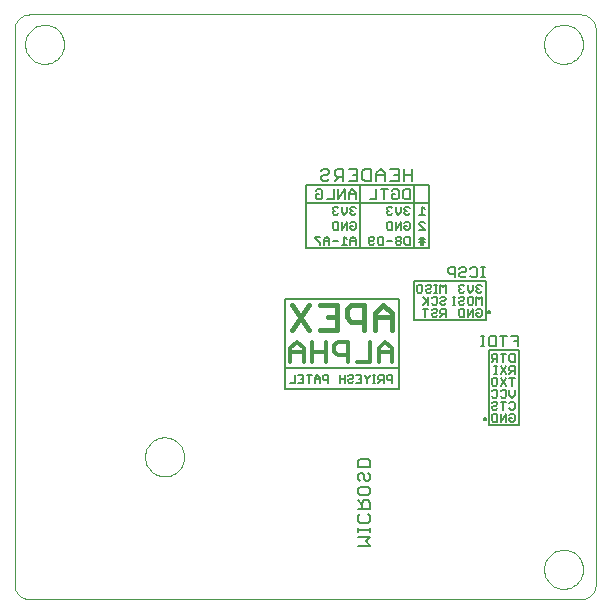
<source format=gbo>
G75*
G70*
%OFA0B0*%
%FSLAX24Y24*%
%IPPOS*%
%LPD*%
%AMOC8*
5,1,8,0,0,1.08239X$1,22.5*
%
%ADD10C,0.0000*%
%ADD11C,0.0080*%
%ADD12C,0.0050*%
%ADD13C,0.0060*%
%ADD14C,0.0150*%
%ADD15C,0.0120*%
D10*
X006618Y007811D02*
X024988Y007811D01*
X025032Y007813D01*
X025075Y007819D01*
X025117Y007828D01*
X025159Y007841D01*
X025199Y007858D01*
X025238Y007878D01*
X025275Y007901D01*
X025309Y007928D01*
X025342Y007957D01*
X025371Y007990D01*
X025398Y008024D01*
X025421Y008061D01*
X025441Y008100D01*
X025458Y008140D01*
X025471Y008182D01*
X025480Y008224D01*
X025486Y008267D01*
X025488Y008311D01*
X025488Y026807D01*
X025486Y026851D01*
X025480Y026894D01*
X025471Y026936D01*
X025458Y026978D01*
X025441Y027018D01*
X025421Y027057D01*
X025398Y027094D01*
X025371Y027128D01*
X025342Y027161D01*
X025309Y027190D01*
X025275Y027217D01*
X025238Y027240D01*
X025199Y027260D01*
X025159Y027277D01*
X025117Y027290D01*
X025075Y027299D01*
X025032Y027305D01*
X024988Y027307D01*
X006618Y027307D01*
X006574Y027305D01*
X006531Y027299D01*
X006489Y027290D01*
X006447Y027277D01*
X006407Y027260D01*
X006368Y027240D01*
X006331Y027217D01*
X006297Y027190D01*
X006264Y027161D01*
X006235Y027128D01*
X006208Y027094D01*
X006185Y027057D01*
X006165Y027018D01*
X006148Y026978D01*
X006135Y026936D01*
X006126Y026894D01*
X006120Y026851D01*
X006118Y026807D01*
X006118Y008311D01*
X006120Y008267D01*
X006126Y008224D01*
X006135Y008182D01*
X006148Y008140D01*
X006165Y008100D01*
X006185Y008061D01*
X006208Y008024D01*
X006235Y007990D01*
X006264Y007957D01*
X006297Y007928D01*
X006331Y007901D01*
X006368Y007878D01*
X006407Y007858D01*
X006447Y007841D01*
X006489Y007828D01*
X006531Y007819D01*
X006574Y007813D01*
X006618Y007811D01*
X010468Y012561D02*
X010470Y012611D01*
X010476Y012661D01*
X010486Y012711D01*
X010499Y012759D01*
X010516Y012807D01*
X010537Y012853D01*
X010561Y012897D01*
X010589Y012939D01*
X010620Y012979D01*
X010654Y013016D01*
X010691Y013051D01*
X010730Y013082D01*
X010771Y013111D01*
X010815Y013136D01*
X010861Y013158D01*
X010908Y013176D01*
X010956Y013190D01*
X011005Y013201D01*
X011055Y013208D01*
X011105Y013211D01*
X011156Y013210D01*
X011206Y013205D01*
X011256Y013196D01*
X011304Y013184D01*
X011352Y013167D01*
X011398Y013147D01*
X011443Y013124D01*
X011486Y013097D01*
X011526Y013067D01*
X011564Y013034D01*
X011599Y012998D01*
X011632Y012959D01*
X011661Y012918D01*
X011687Y012875D01*
X011710Y012830D01*
X011729Y012783D01*
X011744Y012735D01*
X011756Y012686D01*
X011764Y012636D01*
X011768Y012586D01*
X011768Y012536D01*
X011764Y012486D01*
X011756Y012436D01*
X011744Y012387D01*
X011729Y012339D01*
X011710Y012292D01*
X011687Y012247D01*
X011661Y012204D01*
X011632Y012163D01*
X011599Y012124D01*
X011564Y012088D01*
X011526Y012055D01*
X011486Y012025D01*
X011443Y011998D01*
X011398Y011975D01*
X011352Y011955D01*
X011304Y011938D01*
X011256Y011926D01*
X011206Y011917D01*
X011156Y011912D01*
X011105Y011911D01*
X011055Y011914D01*
X011005Y011921D01*
X010956Y011932D01*
X010908Y011946D01*
X010861Y011964D01*
X010815Y011986D01*
X010771Y012011D01*
X010730Y012040D01*
X010691Y012071D01*
X010654Y012106D01*
X010620Y012143D01*
X010589Y012183D01*
X010561Y012225D01*
X010537Y012269D01*
X010516Y012315D01*
X010499Y012363D01*
X010486Y012411D01*
X010476Y012461D01*
X010470Y012511D01*
X010468Y012561D01*
X006468Y026311D02*
X006470Y026361D01*
X006476Y026411D01*
X006486Y026461D01*
X006499Y026509D01*
X006516Y026557D01*
X006537Y026603D01*
X006561Y026647D01*
X006589Y026689D01*
X006620Y026729D01*
X006654Y026766D01*
X006691Y026801D01*
X006730Y026832D01*
X006771Y026861D01*
X006815Y026886D01*
X006861Y026908D01*
X006908Y026926D01*
X006956Y026940D01*
X007005Y026951D01*
X007055Y026958D01*
X007105Y026961D01*
X007156Y026960D01*
X007206Y026955D01*
X007256Y026946D01*
X007304Y026934D01*
X007352Y026917D01*
X007398Y026897D01*
X007443Y026874D01*
X007486Y026847D01*
X007526Y026817D01*
X007564Y026784D01*
X007599Y026748D01*
X007632Y026709D01*
X007661Y026668D01*
X007687Y026625D01*
X007710Y026580D01*
X007729Y026533D01*
X007744Y026485D01*
X007756Y026436D01*
X007764Y026386D01*
X007768Y026336D01*
X007768Y026286D01*
X007764Y026236D01*
X007756Y026186D01*
X007744Y026137D01*
X007729Y026089D01*
X007710Y026042D01*
X007687Y025997D01*
X007661Y025954D01*
X007632Y025913D01*
X007599Y025874D01*
X007564Y025838D01*
X007526Y025805D01*
X007486Y025775D01*
X007443Y025748D01*
X007398Y025725D01*
X007352Y025705D01*
X007304Y025688D01*
X007256Y025676D01*
X007206Y025667D01*
X007156Y025662D01*
X007105Y025661D01*
X007055Y025664D01*
X007005Y025671D01*
X006956Y025682D01*
X006908Y025696D01*
X006861Y025714D01*
X006815Y025736D01*
X006771Y025761D01*
X006730Y025790D01*
X006691Y025821D01*
X006654Y025856D01*
X006620Y025893D01*
X006589Y025933D01*
X006561Y025975D01*
X006537Y026019D01*
X006516Y026065D01*
X006499Y026113D01*
X006486Y026161D01*
X006476Y026211D01*
X006470Y026261D01*
X006468Y026311D01*
X023768Y026311D02*
X023770Y026361D01*
X023776Y026411D01*
X023786Y026461D01*
X023799Y026509D01*
X023816Y026557D01*
X023837Y026603D01*
X023861Y026647D01*
X023889Y026689D01*
X023920Y026729D01*
X023954Y026766D01*
X023991Y026801D01*
X024030Y026832D01*
X024071Y026861D01*
X024115Y026886D01*
X024161Y026908D01*
X024208Y026926D01*
X024256Y026940D01*
X024305Y026951D01*
X024355Y026958D01*
X024405Y026961D01*
X024456Y026960D01*
X024506Y026955D01*
X024556Y026946D01*
X024604Y026934D01*
X024652Y026917D01*
X024698Y026897D01*
X024743Y026874D01*
X024786Y026847D01*
X024826Y026817D01*
X024864Y026784D01*
X024899Y026748D01*
X024932Y026709D01*
X024961Y026668D01*
X024987Y026625D01*
X025010Y026580D01*
X025029Y026533D01*
X025044Y026485D01*
X025056Y026436D01*
X025064Y026386D01*
X025068Y026336D01*
X025068Y026286D01*
X025064Y026236D01*
X025056Y026186D01*
X025044Y026137D01*
X025029Y026089D01*
X025010Y026042D01*
X024987Y025997D01*
X024961Y025954D01*
X024932Y025913D01*
X024899Y025874D01*
X024864Y025838D01*
X024826Y025805D01*
X024786Y025775D01*
X024743Y025748D01*
X024698Y025725D01*
X024652Y025705D01*
X024604Y025688D01*
X024556Y025676D01*
X024506Y025667D01*
X024456Y025662D01*
X024405Y025661D01*
X024355Y025664D01*
X024305Y025671D01*
X024256Y025682D01*
X024208Y025696D01*
X024161Y025714D01*
X024115Y025736D01*
X024071Y025761D01*
X024030Y025790D01*
X023991Y025821D01*
X023954Y025856D01*
X023920Y025893D01*
X023889Y025933D01*
X023861Y025975D01*
X023837Y026019D01*
X023816Y026065D01*
X023799Y026113D01*
X023786Y026161D01*
X023776Y026211D01*
X023770Y026261D01*
X023768Y026311D01*
X023768Y008811D02*
X023770Y008861D01*
X023776Y008911D01*
X023786Y008961D01*
X023799Y009009D01*
X023816Y009057D01*
X023837Y009103D01*
X023861Y009147D01*
X023889Y009189D01*
X023920Y009229D01*
X023954Y009266D01*
X023991Y009301D01*
X024030Y009332D01*
X024071Y009361D01*
X024115Y009386D01*
X024161Y009408D01*
X024208Y009426D01*
X024256Y009440D01*
X024305Y009451D01*
X024355Y009458D01*
X024405Y009461D01*
X024456Y009460D01*
X024506Y009455D01*
X024556Y009446D01*
X024604Y009434D01*
X024652Y009417D01*
X024698Y009397D01*
X024743Y009374D01*
X024786Y009347D01*
X024826Y009317D01*
X024864Y009284D01*
X024899Y009248D01*
X024932Y009209D01*
X024961Y009168D01*
X024987Y009125D01*
X025010Y009080D01*
X025029Y009033D01*
X025044Y008985D01*
X025056Y008936D01*
X025064Y008886D01*
X025068Y008836D01*
X025068Y008786D01*
X025064Y008736D01*
X025056Y008686D01*
X025044Y008637D01*
X025029Y008589D01*
X025010Y008542D01*
X024987Y008497D01*
X024961Y008454D01*
X024932Y008413D01*
X024899Y008374D01*
X024864Y008338D01*
X024826Y008305D01*
X024786Y008275D01*
X024743Y008248D01*
X024698Y008225D01*
X024652Y008205D01*
X024604Y008188D01*
X024556Y008176D01*
X024506Y008167D01*
X024456Y008162D01*
X024405Y008161D01*
X024355Y008164D01*
X024305Y008171D01*
X024256Y008182D01*
X024208Y008196D01*
X024161Y008214D01*
X024115Y008236D01*
X024071Y008261D01*
X024030Y008290D01*
X023991Y008321D01*
X023954Y008356D01*
X023920Y008393D01*
X023889Y008433D01*
X023861Y008475D01*
X023837Y008519D01*
X023816Y008565D01*
X023799Y008613D01*
X023786Y008661D01*
X023776Y008711D01*
X023770Y008761D01*
X023768Y008811D01*
D11*
X021828Y013801D02*
X021758Y013801D01*
X021758Y013871D01*
X021828Y013871D01*
X021828Y013801D01*
X021908Y017351D02*
X021978Y017351D01*
X021978Y017421D01*
X021908Y017421D01*
X021908Y017351D01*
X019378Y021751D02*
X019378Y022171D01*
X019378Y021961D02*
X019098Y021961D01*
X018917Y021961D02*
X018777Y021961D01*
X018917Y021751D02*
X018637Y021751D01*
X018457Y021751D02*
X018457Y022031D01*
X018317Y022171D01*
X018177Y022031D01*
X018177Y021751D01*
X017997Y021751D02*
X017787Y021751D01*
X017716Y021821D01*
X017716Y022101D01*
X017787Y022171D01*
X017997Y022171D01*
X017997Y021751D01*
X018177Y021961D02*
X018457Y021961D01*
X018637Y022171D02*
X018917Y022171D01*
X018917Y021751D01*
X019098Y021751D02*
X019098Y022171D01*
X017536Y022171D02*
X017536Y021751D01*
X017256Y021751D01*
X017076Y021751D02*
X017076Y022171D01*
X016866Y022171D01*
X016796Y022101D01*
X016796Y021961D01*
X016866Y021891D01*
X017076Y021891D01*
X016936Y021891D02*
X016796Y021751D01*
X016616Y021821D02*
X016546Y021751D01*
X016406Y021751D01*
X016335Y021821D01*
X016335Y021891D01*
X016406Y021961D01*
X016546Y021961D01*
X016616Y022031D01*
X016616Y022101D01*
X016546Y022171D01*
X016406Y022171D01*
X016335Y022101D01*
X017256Y022171D02*
X017536Y022171D01*
X017536Y021961D02*
X017396Y021961D01*
X017628Y012490D02*
X017908Y012490D01*
X017978Y012420D01*
X017978Y012210D01*
X017558Y012210D01*
X017558Y012420D01*
X017628Y012490D01*
X017628Y012030D02*
X017558Y011959D01*
X017558Y011819D01*
X017628Y011749D01*
X017768Y011819D02*
X017768Y011959D01*
X017698Y012030D01*
X017628Y012030D01*
X017768Y011819D02*
X017838Y011749D01*
X017908Y011749D01*
X017978Y011819D01*
X017978Y011959D01*
X017908Y012030D01*
X017908Y011569D02*
X017628Y011569D01*
X017558Y011499D01*
X017558Y011359D01*
X017628Y011289D01*
X017908Y011289D01*
X017978Y011359D01*
X017978Y011499D01*
X017908Y011569D01*
X017908Y011109D02*
X017768Y011109D01*
X017698Y011039D01*
X017698Y010829D01*
X017698Y010969D02*
X017558Y011109D01*
X017558Y010829D02*
X017978Y010829D01*
X017978Y011039D01*
X017908Y011109D01*
X017908Y010649D02*
X017978Y010578D01*
X017978Y010438D01*
X017908Y010368D01*
X017628Y010368D01*
X017558Y010438D01*
X017558Y010578D01*
X017628Y010649D01*
X017558Y010201D02*
X017558Y010061D01*
X017558Y010131D02*
X017978Y010131D01*
X017978Y010061D02*
X017978Y010201D01*
X017978Y009881D02*
X017558Y009881D01*
X017558Y009601D02*
X017978Y009601D01*
X017838Y009741D01*
X017978Y009881D01*
D12*
X021918Y013611D02*
X022918Y013611D01*
X022918Y016111D01*
X021918Y016111D01*
X021918Y013611D01*
X022068Y013736D02*
X022023Y013781D01*
X022023Y013961D01*
X022068Y014006D01*
X022204Y014006D01*
X022204Y013736D01*
X022068Y013736D01*
X022318Y013736D02*
X022318Y014006D01*
X022408Y014136D02*
X022408Y014406D01*
X022498Y014406D02*
X022318Y014406D01*
X022204Y014361D02*
X022204Y014316D01*
X022159Y014271D01*
X022068Y014271D01*
X022023Y014226D01*
X022023Y014181D01*
X022068Y014136D01*
X022159Y014136D01*
X022204Y014181D01*
X022204Y014361D02*
X022159Y014406D01*
X022068Y014406D01*
X022023Y014361D01*
X022068Y014536D02*
X022023Y014581D01*
X022068Y014536D02*
X022159Y014536D01*
X022204Y014581D01*
X022204Y014761D01*
X022159Y014806D01*
X022068Y014806D01*
X022023Y014761D01*
X022068Y014936D02*
X022023Y014981D01*
X022023Y015161D01*
X022068Y015206D01*
X022159Y015206D01*
X022204Y015161D01*
X022204Y014981D01*
X022159Y014936D01*
X022068Y014936D01*
X022318Y014936D02*
X022498Y015206D01*
X022613Y015206D02*
X022793Y015206D01*
X022703Y015206D02*
X022703Y014936D01*
X022793Y014806D02*
X022793Y014626D01*
X022703Y014536D01*
X022613Y014626D01*
X022613Y014806D01*
X022498Y014761D02*
X022498Y014581D01*
X022453Y014536D01*
X022363Y014536D01*
X022318Y014581D01*
X022318Y014761D02*
X022363Y014806D01*
X022453Y014806D01*
X022498Y014761D01*
X022498Y014936D02*
X022318Y015206D01*
X022318Y015336D02*
X022498Y015606D01*
X022613Y015561D02*
X022658Y015606D01*
X022793Y015606D01*
X022793Y015336D01*
X022793Y015426D02*
X022658Y015426D01*
X022613Y015471D01*
X022613Y015561D01*
X022703Y015426D02*
X022613Y015336D01*
X022498Y015336D02*
X022318Y015606D01*
X022204Y015606D02*
X022113Y015606D01*
X022159Y015606D02*
X022159Y015336D01*
X022204Y015336D02*
X022113Y015336D01*
X022023Y015736D02*
X022113Y015826D01*
X022068Y015826D02*
X022204Y015826D01*
X022204Y015736D02*
X022204Y016006D01*
X022068Y016006D01*
X022023Y015961D01*
X022023Y015871D01*
X022068Y015826D01*
X022318Y016006D02*
X022498Y016006D01*
X022408Y016006D02*
X022408Y015736D01*
X022613Y015781D02*
X022613Y015961D01*
X022658Y016006D01*
X022793Y016006D01*
X022793Y015736D01*
X022658Y015736D01*
X022613Y015781D01*
X022658Y014406D02*
X022748Y014406D01*
X022793Y014361D01*
X022793Y014181D01*
X022748Y014136D01*
X022658Y014136D01*
X022613Y014181D01*
X022613Y014361D02*
X022658Y014406D01*
X022658Y014006D02*
X022748Y014006D01*
X022793Y013961D01*
X022793Y013781D01*
X022748Y013736D01*
X022658Y013736D01*
X022613Y013781D01*
X022613Y013871D01*
X022703Y013871D01*
X022613Y013961D02*
X022658Y014006D01*
X022498Y014006D02*
X022318Y013736D01*
X022498Y013736D02*
X022498Y014006D01*
X021818Y017111D02*
X019418Y017111D01*
X019418Y018411D01*
X021818Y018411D01*
X021818Y017111D01*
X021693Y017281D02*
X021648Y017236D01*
X021558Y017236D01*
X021513Y017281D01*
X021513Y017371D01*
X021603Y017371D01*
X021693Y017461D02*
X021693Y017281D01*
X021693Y017461D02*
X021648Y017506D01*
X021558Y017506D01*
X021513Y017461D01*
X021398Y017506D02*
X021218Y017236D01*
X021218Y017506D01*
X021104Y017506D02*
X020968Y017506D01*
X020923Y017461D01*
X020923Y017281D01*
X020968Y017236D01*
X021104Y017236D01*
X021104Y017506D01*
X021059Y017636D02*
X020968Y017636D01*
X020923Y017681D01*
X020923Y017726D01*
X020968Y017771D01*
X021059Y017771D01*
X021104Y017816D01*
X021104Y017861D01*
X021059Y017906D01*
X020968Y017906D01*
X020923Y017861D01*
X020809Y017906D02*
X020719Y017906D01*
X020764Y017906D02*
X020764Y017636D01*
X020809Y017636D02*
X020719Y017636D01*
X020493Y017681D02*
X020448Y017636D01*
X020358Y017636D01*
X020313Y017681D01*
X020313Y017726D01*
X020358Y017771D01*
X020448Y017771D01*
X020493Y017816D01*
X020493Y017861D01*
X020448Y017906D01*
X020358Y017906D01*
X020313Y017861D01*
X020198Y017861D02*
X020198Y017681D01*
X020153Y017636D01*
X020063Y017636D01*
X020018Y017681D01*
X019904Y017636D02*
X019904Y017906D01*
X020018Y017861D02*
X020063Y017906D01*
X020153Y017906D01*
X020198Y017861D01*
X020198Y018036D02*
X020108Y018036D01*
X020153Y018036D02*
X020153Y018306D01*
X020198Y018306D02*
X020108Y018306D01*
X020002Y018261D02*
X020002Y018216D01*
X019957Y018171D01*
X019867Y018171D01*
X019822Y018126D01*
X019822Y018081D01*
X019867Y018036D01*
X019957Y018036D01*
X020002Y018081D01*
X020002Y018261D02*
X019957Y018306D01*
X019867Y018306D01*
X019822Y018261D01*
X019707Y018261D02*
X019707Y018081D01*
X019662Y018036D01*
X019572Y018036D01*
X019527Y018081D01*
X019527Y018261D01*
X019572Y018306D01*
X019662Y018306D01*
X019707Y018261D01*
X019723Y017906D02*
X019904Y017726D01*
X019859Y017771D02*
X019723Y017636D01*
X019723Y017506D02*
X019904Y017506D01*
X019813Y017506D02*
X019813Y017236D01*
X020018Y017281D02*
X020018Y017326D01*
X020063Y017371D01*
X020153Y017371D01*
X020198Y017416D01*
X020198Y017461D01*
X020153Y017506D01*
X020063Y017506D01*
X020018Y017461D01*
X020018Y017281D02*
X020063Y017236D01*
X020153Y017236D01*
X020198Y017281D01*
X020313Y017236D02*
X020403Y017326D01*
X020358Y017326D02*
X020493Y017326D01*
X020493Y017236D02*
X020493Y017506D01*
X020358Y017506D01*
X020313Y017461D01*
X020313Y017371D01*
X020358Y017326D01*
X020313Y018036D02*
X020313Y018306D01*
X020403Y018216D01*
X020493Y018306D01*
X020493Y018036D01*
X020923Y018081D02*
X020968Y018036D01*
X021059Y018036D01*
X021104Y018081D01*
X021218Y018126D02*
X021218Y018306D01*
X021104Y018261D02*
X021059Y018306D01*
X020968Y018306D01*
X020923Y018261D01*
X020923Y018216D01*
X020968Y018171D01*
X020923Y018126D01*
X020923Y018081D01*
X020968Y018171D02*
X021013Y018171D01*
X021218Y018126D02*
X021308Y018036D01*
X021398Y018126D01*
X021398Y018306D01*
X021513Y018261D02*
X021513Y018216D01*
X021558Y018171D01*
X021513Y018126D01*
X021513Y018081D01*
X021558Y018036D01*
X021648Y018036D01*
X021693Y018081D01*
X021603Y018171D02*
X021558Y018171D01*
X021513Y018261D02*
X021558Y018306D01*
X021648Y018306D01*
X021693Y018261D01*
X021693Y017906D02*
X021603Y017816D01*
X021513Y017906D01*
X021513Y017636D01*
X021398Y017681D02*
X021353Y017636D01*
X021263Y017636D01*
X021218Y017681D01*
X021218Y017861D01*
X021263Y017906D01*
X021353Y017906D01*
X021398Y017861D01*
X021398Y017681D01*
X021398Y017506D02*
X021398Y017236D01*
X021693Y017636D02*
X021693Y017906D01*
X021104Y017681D02*
X021059Y017636D01*
X019918Y019511D02*
X019418Y019511D01*
X019418Y021611D01*
X019918Y021611D01*
X019918Y021011D01*
X015818Y021011D01*
X015818Y021611D01*
X017618Y021611D01*
X017618Y019511D01*
X015818Y019511D01*
X015818Y021011D01*
X016723Y020861D02*
X016723Y020816D01*
X016768Y020771D01*
X016723Y020726D01*
X016723Y020681D01*
X016768Y020636D01*
X016859Y020636D01*
X016904Y020681D01*
X017018Y020726D02*
X017018Y020906D01*
X016904Y020861D02*
X016859Y020906D01*
X016768Y020906D01*
X016723Y020861D01*
X016768Y020771D02*
X016813Y020771D01*
X017018Y020726D02*
X017108Y020636D01*
X017198Y020726D01*
X017198Y020906D01*
X017313Y020861D02*
X017313Y020816D01*
X017358Y020771D01*
X017313Y020726D01*
X017313Y020681D01*
X017358Y020636D01*
X017448Y020636D01*
X017493Y020681D01*
X017403Y020771D02*
X017358Y020771D01*
X017313Y020861D02*
X017358Y020906D01*
X017448Y020906D01*
X017493Y020861D01*
X017448Y020406D02*
X017493Y020361D01*
X017493Y020181D01*
X017448Y020136D01*
X017358Y020136D01*
X017313Y020181D01*
X017313Y020271D01*
X017403Y020271D01*
X017313Y020361D02*
X017358Y020406D01*
X017448Y020406D01*
X017198Y020406D02*
X017018Y020136D01*
X017018Y020406D01*
X016904Y020406D02*
X016904Y020136D01*
X016768Y020136D01*
X016723Y020181D01*
X016723Y020361D01*
X016768Y020406D01*
X016904Y020406D01*
X017198Y020406D02*
X017198Y020136D01*
X017108Y019906D02*
X017108Y019636D01*
X017198Y019636D02*
X017018Y019636D01*
X016904Y019771D02*
X016723Y019771D01*
X016609Y019771D02*
X016429Y019771D01*
X016429Y019816D02*
X016429Y019636D01*
X016314Y019636D02*
X016314Y019681D01*
X016134Y019861D01*
X016134Y019906D01*
X016314Y019906D01*
X016429Y019816D02*
X016519Y019906D01*
X016609Y019816D01*
X016609Y019636D01*
X017108Y019906D02*
X017198Y019816D01*
X017313Y019816D02*
X017403Y019906D01*
X017493Y019816D01*
X017493Y019636D01*
X017493Y019771D02*
X017313Y019771D01*
X017313Y019816D02*
X017313Y019636D01*
X017618Y019511D02*
X019418Y019511D01*
X019293Y019636D02*
X019158Y019636D01*
X019113Y019681D01*
X019113Y019861D01*
X019158Y019906D01*
X019293Y019906D01*
X019293Y019636D01*
X018998Y019681D02*
X018998Y019726D01*
X018953Y019771D01*
X018863Y019771D01*
X018818Y019726D01*
X018818Y019681D01*
X018863Y019636D01*
X018953Y019636D01*
X018998Y019681D01*
X018953Y019771D02*
X018998Y019816D01*
X018998Y019861D01*
X018953Y019906D01*
X018863Y019906D01*
X018818Y019861D01*
X018818Y019816D01*
X018863Y019771D01*
X018704Y019771D02*
X018523Y019771D01*
X018409Y019906D02*
X018409Y019636D01*
X018274Y019636D01*
X018229Y019681D01*
X018229Y019861D01*
X018274Y019906D01*
X018409Y019906D01*
X018568Y020136D02*
X018523Y020181D01*
X018523Y020361D01*
X018568Y020406D01*
X018704Y020406D01*
X018704Y020136D01*
X018568Y020136D01*
X018818Y020136D02*
X018818Y020406D01*
X018998Y020406D02*
X018818Y020136D01*
X018998Y020136D02*
X018998Y020406D01*
X019113Y020361D02*
X019158Y020406D01*
X019248Y020406D01*
X019293Y020361D01*
X019293Y020181D01*
X019248Y020136D01*
X019158Y020136D01*
X019113Y020181D01*
X019113Y020271D01*
X019203Y020271D01*
X019248Y020636D02*
X019293Y020681D01*
X019248Y020636D02*
X019158Y020636D01*
X019113Y020681D01*
X019113Y020726D01*
X019158Y020771D01*
X019203Y020771D01*
X019158Y020771D02*
X019113Y020816D01*
X019113Y020861D01*
X019158Y020906D01*
X019248Y020906D01*
X019293Y020861D01*
X018998Y020906D02*
X018998Y020726D01*
X018908Y020636D01*
X018818Y020726D01*
X018818Y020906D01*
X018704Y020861D02*
X018659Y020906D01*
X018568Y020906D01*
X018523Y020861D01*
X018523Y020816D01*
X018568Y020771D01*
X018523Y020726D01*
X018523Y020681D01*
X018568Y020636D01*
X018659Y020636D01*
X018704Y020681D01*
X018613Y020771D02*
X018568Y020771D01*
X018069Y019906D02*
X018114Y019861D01*
X018114Y019816D01*
X018069Y019771D01*
X017934Y019771D01*
X017934Y019681D02*
X017934Y019861D01*
X017979Y019906D01*
X018069Y019906D01*
X018114Y019681D02*
X018069Y019636D01*
X017979Y019636D01*
X017934Y019681D01*
X019613Y019726D02*
X019793Y019726D01*
X019793Y019816D02*
X019658Y019816D01*
X019613Y019816D01*
X019658Y019906D02*
X019658Y019636D01*
X019748Y019636D02*
X019748Y019906D01*
X019793Y020136D02*
X019613Y020316D01*
X019613Y020361D01*
X019658Y020406D01*
X019748Y020406D01*
X019793Y020361D01*
X019793Y020136D02*
X019613Y020136D01*
X019613Y020636D02*
X019793Y020636D01*
X019703Y020636D02*
X019703Y020906D01*
X019793Y020816D01*
X019918Y021011D02*
X019918Y019511D01*
X018918Y017811D02*
X015118Y017811D01*
X015118Y015511D01*
X018918Y015511D01*
X018918Y014811D01*
X015118Y014811D01*
X015118Y015511D01*
X015470Y015286D02*
X015470Y015036D01*
X015303Y015036D01*
X015580Y015036D02*
X015746Y015036D01*
X015746Y015286D01*
X015580Y015286D01*
X015663Y015161D02*
X015746Y015161D01*
X015856Y015286D02*
X016023Y015286D01*
X015939Y015286D02*
X015939Y015036D01*
X016132Y015036D02*
X016132Y015203D01*
X016216Y015286D01*
X016299Y015203D01*
X016299Y015036D01*
X016299Y015161D02*
X016132Y015161D01*
X016408Y015161D02*
X016450Y015119D01*
X016575Y015119D01*
X016575Y015036D02*
X016575Y015286D01*
X016450Y015286D01*
X016408Y015245D01*
X016408Y015161D01*
X016961Y015161D02*
X017128Y015161D01*
X017237Y015119D02*
X017237Y015078D01*
X017279Y015036D01*
X017362Y015036D01*
X017404Y015078D01*
X017362Y015161D02*
X017279Y015161D01*
X017237Y015119D01*
X017237Y015245D02*
X017279Y015286D01*
X017362Y015286D01*
X017404Y015245D01*
X017404Y015203D01*
X017362Y015161D01*
X017513Y015036D02*
X017680Y015036D01*
X017680Y015286D01*
X017513Y015286D01*
X017597Y015161D02*
X017680Y015161D01*
X017789Y015245D02*
X017789Y015286D01*
X017789Y015245D02*
X017873Y015161D01*
X017873Y015036D01*
X017873Y015161D02*
X017956Y015245D01*
X017956Y015286D01*
X018057Y015286D02*
X018140Y015286D01*
X018099Y015286D02*
X018099Y015036D01*
X018140Y015036D02*
X018057Y015036D01*
X018250Y015036D02*
X018333Y015119D01*
X018291Y015119D02*
X018417Y015119D01*
X018417Y015036D02*
X018417Y015286D01*
X018291Y015286D01*
X018250Y015245D01*
X018250Y015161D01*
X018291Y015119D01*
X018526Y015161D02*
X018568Y015119D01*
X018693Y015119D01*
X018693Y015036D02*
X018693Y015286D01*
X018568Y015286D01*
X018526Y015245D01*
X018526Y015161D01*
X018918Y015511D02*
X018918Y017811D01*
X017128Y015286D02*
X017128Y015036D01*
X016961Y015036D02*
X016961Y015286D01*
X017618Y021611D02*
X019418Y021611D01*
D13*
X019288Y021481D02*
X019118Y021481D01*
X019061Y021425D01*
X019061Y021198D01*
X019118Y021141D01*
X019288Y021141D01*
X019288Y021481D01*
X018919Y021425D02*
X018919Y021198D01*
X018863Y021141D01*
X018749Y021141D01*
X018693Y021198D01*
X018693Y021311D01*
X018806Y021311D01*
X018693Y021425D02*
X018749Y021481D01*
X018863Y021481D01*
X018919Y021425D01*
X018551Y021481D02*
X018324Y021481D01*
X018438Y021481D02*
X018438Y021141D01*
X018183Y021141D02*
X018183Y021481D01*
X018183Y021141D02*
X017956Y021141D01*
X017488Y021141D02*
X017488Y021368D01*
X017374Y021481D01*
X017261Y021368D01*
X017261Y021141D01*
X017119Y021141D02*
X017119Y021481D01*
X016893Y021141D01*
X016893Y021481D01*
X016751Y021481D02*
X016751Y021141D01*
X016524Y021141D01*
X016383Y021198D02*
X016383Y021425D01*
X016326Y021481D01*
X016213Y021481D01*
X016156Y021425D01*
X016156Y021311D02*
X016269Y021311D01*
X016156Y021311D02*
X016156Y021198D01*
X016213Y021141D01*
X016326Y021141D01*
X016383Y021198D01*
X017261Y021311D02*
X017488Y021311D01*
X020579Y018825D02*
X020579Y018711D01*
X020636Y018654D01*
X020806Y018654D01*
X020806Y018541D02*
X020806Y018881D01*
X020636Y018881D01*
X020579Y018825D01*
X020947Y018825D02*
X021004Y018881D01*
X021117Y018881D01*
X021174Y018825D01*
X021174Y018768D01*
X021117Y018711D01*
X021004Y018711D01*
X020947Y018654D01*
X020947Y018598D01*
X021004Y018541D01*
X021117Y018541D01*
X021174Y018598D01*
X021315Y018598D02*
X021372Y018541D01*
X021486Y018541D01*
X021542Y018598D01*
X021542Y018825D01*
X021486Y018881D01*
X021372Y018881D01*
X021315Y018825D01*
X021674Y018881D02*
X021788Y018881D01*
X021731Y018881D02*
X021731Y018541D01*
X021788Y018541D02*
X021674Y018541D01*
X021669Y016581D02*
X021783Y016581D01*
X021726Y016581D02*
X021726Y016241D01*
X021783Y016241D02*
X021669Y016241D01*
X021924Y016298D02*
X021924Y016525D01*
X021981Y016581D01*
X022151Y016581D01*
X022151Y016241D01*
X021981Y016241D01*
X021924Y016298D01*
X022293Y016581D02*
X022519Y016581D01*
X022406Y016581D02*
X022406Y016241D01*
X022661Y016581D02*
X022888Y016581D01*
X022888Y016241D01*
X022888Y016411D02*
X022774Y016411D01*
D14*
X018693Y016786D02*
X018693Y017353D01*
X018409Y017637D01*
X018126Y017353D01*
X018126Y016786D01*
X017772Y016786D02*
X017772Y017637D01*
X017347Y017637D01*
X017205Y017495D01*
X017205Y017211D01*
X017347Y017070D01*
X017772Y017070D01*
X018126Y017211D02*
X018693Y017211D01*
X016851Y017211D02*
X016568Y017211D01*
X016851Y016786D02*
X016284Y016786D01*
X015931Y016786D02*
X015363Y017637D01*
X015931Y017637D02*
X015363Y016786D01*
X016284Y017637D02*
X016851Y017637D01*
X016851Y016786D01*
D15*
X016894Y016402D02*
X016781Y016288D01*
X016781Y016061D01*
X016894Y015948D01*
X017235Y015948D01*
X017235Y015721D02*
X017235Y016402D01*
X016894Y016402D01*
X016498Y016402D02*
X016498Y015721D01*
X016498Y016061D02*
X016044Y016061D01*
X015761Y016061D02*
X015308Y016061D01*
X015308Y016175D02*
X015308Y015721D01*
X015761Y015721D02*
X015761Y016175D01*
X015534Y016402D01*
X015308Y016175D01*
X016044Y016402D02*
X016044Y015721D01*
X017517Y015721D02*
X017971Y015721D01*
X017971Y016402D01*
X018254Y016175D02*
X018254Y015721D01*
X018254Y016061D02*
X018708Y016061D01*
X018708Y016175D02*
X018708Y015721D01*
X018708Y016175D02*
X018481Y016402D01*
X018254Y016175D01*
M02*

</source>
